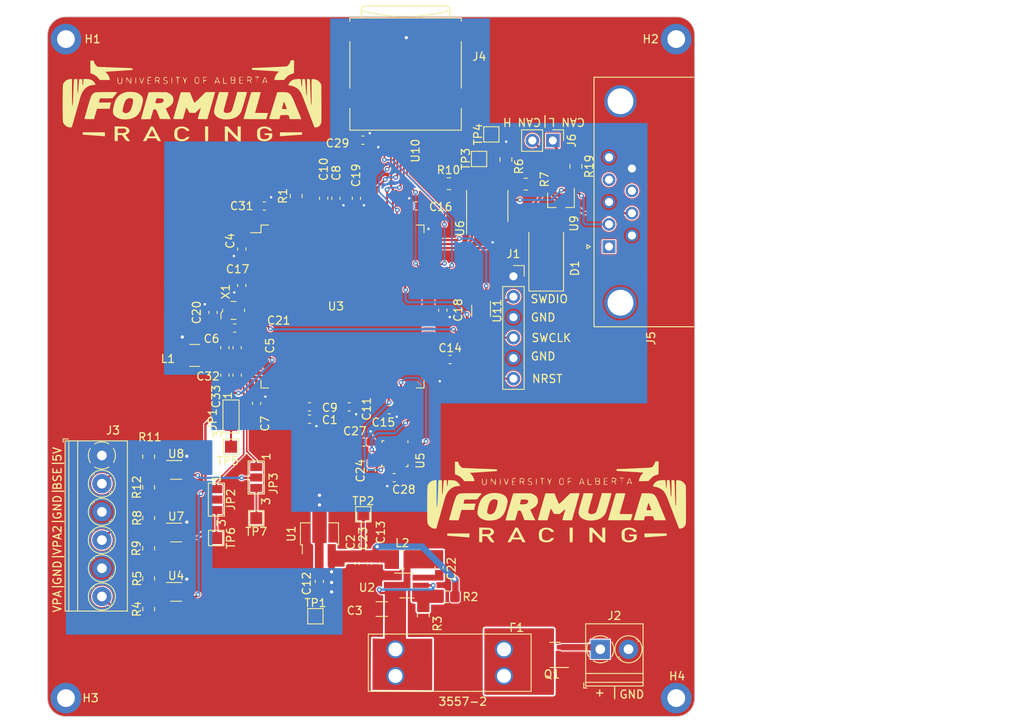
<source format=kicad_pcb>
(kicad_pcb (version 20211014) (generator pcbnew)
  (layers (0 "F.Cu" power) (31 "B.Cu" signal) (34 "B.Paste" user) (35 "F.Paste" user) (36 "B.SilkS" user "B.Silkscreen") (37 "F.SilkS" user "F.Silkscreen") (38 "B.Mask" user) (39 "F.Mask" user) (44 "Edge.Cuts" user))
  (net 0 "")
  (net 1 "+3V3")
  (net 2 "GND")
  (net 3 "+5V")
  (net 4 "+BATT")
  (net 5 "+3.3VA")
  (net 6 "/VSI")
  (net 7 "/NRST")
  (net 8 "Net-(C24-Pad1)")
  (net 9 "/VOUT_1_APPS")
  (net 10 "/VOUT_2_APPS")
  (net 11 "/SWDIO")
  (net 12 "/SWCLK")
  (net 13 "/FILTER_DAT2")
  (net 14 "/FILTER_DAT3")
  (net 15 "/FILTER_CMD")
  (net 16 "/FILTER_CLK")
  (net 17 "/FILTER_DAT0")
  (net 18 "/FILTER_DAT1")
  (net 19 "Net-(R1-Pad1)")
  (net 20 "/CAN_Vref")
  (net 21 "/CAN_Rs")
  (net 22 "/LMA+")
  (net 23 "/LMB+")
  (net 24 "/LMVAOUT")
  (net 25 "/LMVBOUT")
  (net 26 "/VPA")
  (net 27 "/VPA_2")
  (net 28 "/LMVCOUT")
  (net 29 "/CAN_L")
  (net 47 "/OSC_IN")
  (net 79 "/INT")
  (net 80 "/ACCEL_CS")
  (net 81 "/SCK")
  (net 82 "/MISO")
  (net 83 "/MOSI")
  (net 104 "/MCU_CD")
  (net 105 "/MCU_DAT0")
  (net 106 "/MCU_DAT1")
  (net 110 "/CAN_RX")
  (net 111 "/CAN_TX")
  (net 112 "/VPA_BSE")
  (net 114 "/MCU_DAT2")
  (net 115 "/MCU_DAT3")
  (net 116 "/MCU_CLK")
  (net 119 "/MCU_CMD")
  (net 152 "/CAN_H")
  (net 159 "/CAN_L_res")
  (net 160 "Net-(JP1-Pad3)")
  (net 161 "Net-(JP2-Pad3)")
  (net 162 "/VOUT_BSE")
  (net 163 "Net-(JP3-Pad3)")
  (net 164 "/LMA+_BSE")
  (net 165 "/SW")
  (net 166 "/BST")
  (net 167 "/FB")
  (net 168 "/F_IN")
  (net 169 "/F_OUT")
  (footprint "TestPoint:TestPoint_Pad_1.5x1.5mm" (layer "F.Cu") (at 136.579531 57.2932 90)
    (fp_text reference "TP4")
    (fp_text value "TestPoint_Probe")
  )
  (footprint "TestPoint:TestPoint_Pad_1.5x1.5mm" (layer "F.Cu") (at 135.055531 60.3412 90)
    (fp_text reference "TP3")
    (fp_text value "TestPoint_Probe")
  )
  (footprint "Capacitor_SMD:C_0603_1608Metric_Pad1.08x0.95mm_HandSolder" (layer "F.Cu") (at 130.1052 111.0526 90)
    (fp_text reference "C22")
    (fp_text value "100nF")
  )
  (footprint "Package_TO_SOT_SMD:SOT-353_SC-70-5_Handsoldering" (layer "F.Cu") (at 135.3058 79.1972 -90)
    (fp_text reference "U11")
    (fp_text value "ESDALC6V1W5")
  )
  (footprint "Jumper:SolderJumper-3_P1.3mm_Open_Pad1.0x1.5mm_NumberLabels" (layer "F.Cu") (at 104.2924 92.3036 -90)
    (fp_text reference "JP1")
    (fp_text value "SolderJumper_3_Open")
  )
  (footprint "Capacitor_SMD:C_0603_1608Metric_Pad1.08x0.95mm_HandSolder" (layer "F.Cu") (at 119.8464 65.218 90)
    (fp_text reference "C19")
    (fp_text value "100nF")
  )
  (footprint "Package_DFN_QFN:QFN-24_3x3mm_P0.4mm" (layer "F.Cu") (at 124.6216 96.9172 -90)
    (fp_text reference "U5")
    (fp_text value "MPU-6500")
  )
  (footprint "Inductor_SMD:L_1008_2520Metric_Pad1.43x2.20mm_HandSolder" (layer "F.Cu") (at 125.5332 110.0366 180)
    (fp_text reference "L2")
    (fp_text value "2.2uH")
  )
  (footprint "Capacitor_SMD:C_0603_1608Metric_Pad1.08x0.95mm_HandSolder" (layer "F.Cu") (at 124.5362 99.8982)
    (fp_text reference "C28")
    (fp_text value "0.1uF")
  )
  (footprint "Package_TO_SOT_SMD:SOT-89-3_Handsoldering" (layer "F.Cu") (at 115.2652 107.1626 90)
    (fp_text reference "U1")
    (fp_text value "AZ1117-3.3")
  )
  (footprint "TestPoint:TestPoint_Pad_1.5x1.5mm" (layer "F.Cu") (at 107.4212 104.9228 180)
    (fp_text reference "TP7")
    (fp_text value "TestPoint_Probe")
  )
  (footprint "MountingHole:MountingHole_2.2mm_M2_DIN965_Pad" (layer "F.Cu") (at 83.82 45.466)
    (fp_text reference "H1")
    (fp_text value "MountingHole")
  )
  (footprint "Capacitor_SMD:C_0603_1608Metric_Pad1.08x0.95mm_HandSolder" (layer "F.Cu") (at 115.243008 112.772656 -90)
    (fp_text reference "C12")
    (fp_text value "22uF")
  )
  (footprint "MountingHole:MountingHole_2.2mm_M2_DIN965_Pad" (layer "F.Cu") (at 159.512 45.466)
    (fp_text reference "H2")
    (fp_text value "MountingHole")
  )
  (footprint "Inductor_SMD:L_1210_3225Metric_Pad1.42x2.65mm_HandSolder" (layer "F.Cu") (at 99.7804 84.7252)
    (fp_text reference "L1")
    (fp_text value "100nH")
  )
  (footprint "Capacitor_SMD:C_0603_1608Metric_Pad1.08x0.95mm_HandSolder" (layer "F.Cu") (at 130.556 79.121 90)
    (fp_text reference "C18")
    (fp_text value "100nF")
  )
  (footprint "Capacitor_SMD:C_0603_1608Metric_Pad1.08x0.95mm_HandSolder" (layer "F.Cu") (at 108.4164 66.1832 180)
    (fp_text reference "C31")
    (fp_text value "100nF")
  )
  (footprint "Resistor_SMD:R_0805_2012Metric_Pad1.20x1.40mm_HandSolder" (layer "F.Cu") (at 94.0816 108.6612 -90)
    (fp_text reference "R9")
    (fp_text value "100kR")
  )
  (footprint "Package_TO_SOT_SMD:SOT-353_SC-70-5_Handsoldering" (layer "F.Cu") (at 97.4852 98.933)
    (fp_text reference "U8")
    (fp_text value "LMV321")
  )
  (footprint "Capacitor_SMD:C_0603_1608Metric_Pad1.08x0.95mm_HandSolder" (layer "F.Cu") (at 117.3064 65.218 90)
    (fp_text reference "C8")
    (fp_text value "4.7uF")
  )
  (footprint "Resistor_SMD:R_0805_2012Metric_Pad1.20x1.40mm_HandSolder" (layer "F.Cu") (at 131.064 114.681 180)
    (fp_text reference "R2")
    (fp_text value "52.3kR")
  )
  (footprint "Jumper:SolderJumper-3_P1.3mm_Open_Pad1.0x1.5mm_NumberLabels" (layer "F.Cu") (at 102.4796 102.616 -90)
    (fp_text reference "JP2")
    (fp_text value "SolderJumper_3_Open")
  )
  (footprint "Capacitor_SMD:C_1206_3216Metric_Pad1.33x1.80mm_HandSolder" (layer "F.Cu") (at 122.9932 116.205 180)
    (fp_text reference "C3")
    (fp_text value "10uF")
  )
  (footprint "Resistor_SMD:R_0805_2012Metric_Pad1.20x1.40mm_HandSolder" (layer "F.Cu") (at 94.0816 104.902 -90)
    (fp_text reference "R8")
    (fp_text value "50kR")
  )
  (footprint "Resistor_SMD:R_0805_2012Metric_Pad1.20x1.40mm_HandSolder" (layer "F.Cu") (at 131.321731 63.4146 180)
    (fp_text reference "R10")
    (fp_text value "100R")
  )
  (footprint "Package_TO_SOT_SMD:TSOT-23-6_HandSoldering" (layer "F.Cu") (at 126.1192 113.2586)
    (fp_text reference "U2")
    (fp_text value "AP62250WU-7")
  )
  (footprint "Resistor_SMD:R_0805_2012Metric_Pad1.20x1.40mm_HandSolder" (layer "F.Cu") (at 94.0816 97.282 -90)
    (fp_text reference "R11")
    (fp_text value "50kR")
  )
  (footprint "Capacitor_SMD:C_0603_1608Metric_Pad1.08x0.95mm_HandSolder" (layer "F.Cu") (at 123.9104 91.4654 180)
    (fp_text reference "C15")
    (fp_text value "100nF")
  )
  (footprint "TestPoint:TestPoint_Pad_1.5x1.5mm" (layer "F.Cu") (at 104.2924 96.0534)
    (fp_text reference "TP5")
    (fp_text value "TestPoint_Probe")
  )
  (footprint "Resistor_SMD:R_0805_2012Metric_Pad1.20x1.40mm_HandSolder" (layer "F.Cu") (at 140.846731 63.4654)
    (fp_text reference "R7")
    (fp_text value "220R")
  )
  (footprint "Package_TO_SOT_SMD:SOT-353_SC-70-5_Handsoldering" (layer "F.Cu") (at 97.4852 106.7054)
    (fp_text reference "U7")
    (fp_text value "LMV321")
  )
  (footprint "Capacitor_SMD:C_0603_1608Metric_Pad1.08x0.95mm_HandSolder" (layer "F.Cu") (at 114.0298 91.1006 180)
    (fp_text reference "C9")
    (fp_text value "100nF")
  )
  (footprint "Jumper:SolderJumper-3_P1.3mm_Open_Pad1.0x1.5mm_NumberLabels" (layer "F.Cu") (at 107.4166 99.8728 -90)
    (fp_text reference "JP3")
    (fp_text value "SolderJumper_3_Open")
  )
  (footprint "TerminalBlock_Phoenix:TerminalBlock_Phoenix_PT-1,5-2-3.5-H_1x02_P3.50mm_Horizontal" (layer "F.Cu") (at 150.0912 121.1946)
    (fp_text reference "J2")
    (fp_text value "Conn_01x02")
  )
  (footprint "TestPoint:TestPoint_Pad_1.5x1.5mm" (layer "F.Cu") (at 114.7572 117.094)
    (fp_text reference "TP1")
    (fp_text value "TestPoint_Probe")
  )
  (footprint "Capacitor_SMD:C_0603_1608Metric_Pad1.08x0.95mm_HandSolder" (layer "F.Cu") (at 114.0298 92.6338 180)
    (fp_text reference "C1")
    (fp_text value "4.7uF")
  )
  (footprint "Capacitor_SMD:C_0603_1608Metric_Pad1.08x0.95mm_HandSolder" (layer "F.Cu") (at 118.9574 91.1087 180)
    (fp_text reference "C11")
    (fp_text value "100nF")
  )
  (footprint "LOGO" (layer "F.Cu") (at 99.441 53.34)
    (fp_text reference "G***" hide)
    (fp_text value "LOGO" hide)
  )
  (footprint "3557-2:3557-2" (layer "F.Cu") (at 138.1506 124.5108 180)
    (fp_text reference "F1")
    (fp_text value "3557-2")
  )
  (footprint "Package_QFP:LQFP-144_20x20mm_P0.5mm" (layer "F.Cu") (at 118.1192 78.6546)
    (fp_text reference "U3")
    (fp_text value "STM32L4R9ZITx")
  )
  (footprint "Capacitor_SMD:C_0603_1608Metric_Pad1.08x0.95mm_HandSolder" (layer "F.Cu") (at 115.7824 65.218 90)
    (fp_text reference "C10")
    (fp_text value "100nF")
  )
  (footprint "Capacitor_SMD:C_0603_1608Metric_Pad1.08x0.95mm_HandSolder" (layer "F.Cu") (at 131.4704 85.2424)
    (fp_text reference "C14")
    (fp_text value "2.2uF")
  )
  (footprint "Connector_PinHeader_2.54mm:PinHeader_1x02_P2.54mm_Vertical" (layer "F.Cu") (at 144.204531 58.0552 -90)
    (fp_text reference "J6")
    (fp_text value "Conn_01x02")
  )
  (footprint "Package_TO_SOT_SMD:SOT-23" (layer "F.Cu") (at 144.4752 121.8946 180)
    (fp_text reference "Q1")
    (fp_text value "Q_PMOS_GSD")
  )
  (footprint "Capacitor_SMD:C_0603_1608Metric_Pad1.08x0.95mm_HandSolder" (layer "F.Cu") (at 120.7516 95.4694 180)
    (fp_text reference "C27")
    (fp_text value "10nF")
  )
  (footprint "Connector_PinSocket_2.54mm:PinSocket_1x06_P2.54mm_Vertical" (layer "F.Cu") (at 139.319 74.9046)
    (fp_text reference "J1")
    (fp_text value "Conn_01x06")
  )
  (footprint "Resistor_SMD:R_0805_2012Metric_Pad1.20x1.40mm_HandSolder" (layer "F.Cu") (at 94.0816 101.092 -90)
    (fp_text reference "R12")
    (fp_text value "100kR")
  )
  (footprint "Package_TO_SOT_SMD:SOT-353_SC-70-5_Handsoldering" (layer "F.Cu") (at 97.4852 114.0714)
    (fp_text reference "U4")
    (fp_text value "LMV321")
  )
  (footprint "Resistor_SMD:R_0805_2012Metric_Pad1.20x1.40mm_HandSolder" (layer "F.Cu") (at 147.066 61.2648 -90)
    (fp_text reference "R19")
    (fp_text value "120R")
  )
  (footprint "MountingHole:MountingHole_2.2mm_M2_DIN965_Pad" (layer "F.Cu") (at 159.512 127.254)
    (fp_text reference "H4")
    (fp_text value "MountingHole")
  )
  (footprint "Capacitor_SMD:C_0603_1608Metric_Pad1.08x0.95mm_HandSolder" (layer "F.Cu") (at 120.65 58.0136)
    (fp_text reference "C29")
    (fp_text value "0.1uF")
  )
  (footprint "Capacitor_SMD:C_0603_1608Metric_Pad1.08x0.95mm_HandSolder" (layer "F.Cu") (at 119.1768 110.537456 -90)
    (fp_text reference "C2")
    (fp_text value "10uF")
  )
  (footprint "Capacitor_SMD:C_0603_1608Metric_Pad1.08x0.95mm_HandSolder" (layer "F.Cu") (at 120.7008 110.5408 -90)
    (fp_text reference "C23")
    (fp_text value "22uF")
  )
  (footprint "TerminalBlock_Phoenix:TerminalBlock_Phoenix_PT-1,5-6-3.5-H_1x06_P3.50mm_Horizontal" (layer "F.Cu") (at 88.2792 97.1426 -90)
    (fp_text reference "J3")
    (fp_text value "APPS/BSE_Conn")
  )
  (footprint "TestPoint:TestPoint_Pad_1.5x1.5mm" (layer "F.Cu") (at 102.4542 107.3912 -90)
    (fp_text reference "TP6")
    (fp_text value "TestPoint_Probe")
  )
  (footprint "Diode_SMD:D_SMB_Handsoldering" (layer "F.Cu") (at 143.383 72.136 90)
    (fp_text reference "D1")
    (fp_text value "D_Zener")
  )
  (footprint "Capacitor_SMD:C_0603_1608Metric_Pad1.08x0.95mm_HandSolder" (layer "F.Cu") (at 105.0544 87.1728 -90)
    (fp_text reference "C33")
    (fp_text value "100nF")
  )
  (footprint "Capacitor_SMD:C_0603_1608Metric_Pad1.08x0.95mm_HandSolder" (layer "F.Cu") (at 105.6224 76.0476 90)
    (fp_text reference "C17")
    (fp_text value "100nF")
  )
  (footprint "TestPoint:TestPoint_Pad_1.5x1.5mm" (layer "F.Cu") (at 120.7008 104.4448)
    (fp_text reference "TP2")
    (fp_text value "TestPoint_Probe")
  )
  (footprint "Capacitor_SMD:C_0603_1608Metric_Pad1.08x0.95mm_HandSolder" (layer "F.Cu") (at 104.7496 81.3308 180)
    (fp_text reference "C21")
    (fp_text value "0.1uF")
  )
  (footprint "Capacitor_SMD:C_0603_1608Metric_Pad1.08x0.95mm_HandSolder" (layer "F.Cu") (at 105.0544 83.7692 90)
    (fp_text reference "C5")
    (fp_text value "1uF")
  )
  (footprint "Package_SO:SOIC-8_3.9x4.9mm_P1.27mm" (layer "F.Cu") (at 136.071531 66.1832 90)
    (fp_text reference "U6")
    (fp_text value "SN65HVD230")
  )
  (footprint "Connector_Card:microSD_HC_Wuerth_693072010801" (layer "F.Cu") (at 125.9424 48.6572)
    (fp_text reference "J4")
    (fp_text value "Micro_SD_Card")
  )
  (footprint "Capacitor_SMD:C_0603_1608Metric_Pad1.08x0.95mm_HandSolder" (layer "F.Cu") (at 121.6914 98.9838 -90)
    (fp_text reference "C24")
    (fp_text value "0.1uF")
  )
  (footprint "Capacitor_SMD:C_0603_1608Metric_Pad1.08x0.95mm_HandSolder" (layer "F.Cu") (at 105.6224 71.5172 90)
    (fp_text reference "C4")
    (fp_text value "100nF")
  )
  (footprint "Resistor_SMD:R_0805_2012Metric_Pad1.20x1.40mm_HandSolder" (layer "F.Cu") (at 94.0816 116.205 90)
    (fp_text reference "R4")
    (fp_text value "50kR")
  )
  (footprint "Resistor_SMD:R_0805_2012Metric_Pad1.20x1.40mm_HandSolder" (layer "F.Cu") (at 112.3788 64.9386 90)
    (fp_text reference "R1")
    (fp_text value "10kR")
  )
  (footprint "Capacitor_SMD:C_0603_1608Metric_Pad1.08x0.95mm_HandSolder" (layer "F.Cu") (at 103.5304 87.1728 -90)
    (fp_text reference "C32")
    (fp_text value "1uF")
  )
  (footprint "Capacitor_SMD:C_0603_1608Metric_Pad1.08x0.95mm_HandSolder" (layer "F.Cu") (at 107.4674 90.678 -90)
    (fp_text reference "C7")
    (fp_text value "100nF")
  )
  (footprint "Connector_Dsub:DSUB-9_Male_Horizontal_P2.77x2.84mm_EdgePinOffset7.70mm_Housed_MountingHolesOffset9.12mm" (layer "F.Cu") (at 151.174869 71.2252 90)
    (fp_text reference "J5")
    (fp_text value "DB9_Male")
  )
  (footprint "Capacitor_SMD:C_0603_1608Metric_Pad1.08x0.95mm_HandSolder" (layer "F.Cu") (at 103.5304 83.7692 90)
    (fp_text reference "C6")
    (fp_text value "10nF")
  )
  (footprint "Oscillator:Oscillator_SMD_ECS_2520MV-xxx-xx-4Pin_2.5x2.0mm" (layer "F.Cu") (at 104.6064 79.1372 90)
    (fp_text reference "X1")
    (fp_text value "ECS-2520MV-160-CN-TR")
  )
  (footprint "Package_TO_SOT_SMD:SC-59" (layer "F.Cu") (at 145.215531 65.4212 -90)
    (fp_text reference "U9")
    (fp_text value "ESDCAN24-2BLY")
  )
  (footprint "Capacitor_SMD:C_0603_1608Metric_Pad1.08x0.95mm_HandSolder" (layer "F.Cu") (at 102.0572 79.3912 -90)
    (fp_text reference "C20")
    (fp_text value "0.1uF")
  )
  (footprint "Resistor_SMD:R_0805_2012Metric_Pad1.20x1.40mm_HandSolder" (layer "F.Cu") (at 128.143 116.967 -90)
    (fp_text reference "R3")
    (fp_text value "10kR")
  )
  (footprint "Diode_SMD:EMIF06-MSD02N16" (layer "F.Cu") (at 124.6724 59.0712 90)
    (fp_text reference "U10")
    (fp_text value "EMIF06-MSD02N16")
  )
  (footprint "LOGO" (layer "F.Cu") (at 144.653 103.124)
    (fp_text reference "G***" hide)
    (fp_text value "LOGO" hide)
  )
  (footprint "Resistor_SMD:R_0805_2012Metric_Pad1.20x1.40mm_HandSolder" (layer "F.Cu") (at 94.0816 112.4204 90)
    (fp_text reference "R5")
    (fp_text value "100kR")
  )
  (footprint "Capacitor_SMD:C_0603_1608Metric_Pad1.08x0.95mm_HandSolder" (layer "F.Cu") (at 127.254 66.167)
    (fp_text reference "C16")
    (fp_text value "100nF")
  )
  (footprint "Capacitor_SMD:C_0603_1608Metric_Pad1.08x0.95mm_HandSolder" (layer "F.Cu") (at 122.2312 110.5446 -90)
    (fp_text reference "C13")
    (fp_text value "22uF")
  )
  (footprint "MountingHole:MountingHole_2.2mm_M2_DIN965_Pad" (layer "F.Cu") (at 83.82 127.254)
    (fp_text reference "H3")
    (fp_text value "MountingHole")
  )
  (footprint "Resistor_SMD:R_0805_2012Metric_Pad1.20x1.40mm_HandSolder" (layer "F.Cu") (at 138.382931 60.4174 -90)
    (fp_text reference "R6")
    (fp_text value "220R")
  )
  (gr_arc (start 83.82 129.54) (mid 82.203252 128.892468) (end 81.530475 127.286061) (layer "Edge.Cuts") (width 0.1))
  (gr_arc (start 159.555208 42.697406) (mid 161.147178 43.340843) (end 161.798 44.929809) (layer "Edge.Cuts") (width 0.1))
  (gr_arc (start 81.530475 44.9834) (mid 82.201061 43.364461) (end 83.82 42.693875) (layer "Edge.Cuts") (width 0.1))
  (gr_line (start 81.530475 44.9834) (end 81.530475 127.286061) (layer "Edge.Cuts") (width 0.1))
  (gr_arc (start 161.798039 127.2794) (mid 161.148093 128.880651) (end 159.55069 129.54) (layer "Edge.Cuts") (width 0.1))
  (gr_line (start 83.82 129.54) (end 159.55069 129.54) (layer "Edge.Cuts") (width 0.1))
  (gr_line (start 159.555208 42.697406) (end 83.82 42.693875) (layer "Edge.Cuts") (width 0.1))
  (gr_line (start 161.798039 127.2794) (end 161.798 44.929809) (layer "Edge.Cuts") (width 0.1))
  (gr_text "+ |" (at 150.876 126.5428) (layer "F.SilkS") (effects (font (size 1 1))))
  (gr_text "VPA2|" (at 82.7532 107.1626 90) (layer "F.SilkS") (effects (font (size 1 1))))
  (gr_text "VPA|" (at 82.7532 114.7826 90) (layer "F.SilkS") (effects (font (size 1 1))))
  (gr_text "SWCLK\n" (at 144.018 82.55) (layer "F.SilkS") (effects (font (size 1 1))))
  (gr_text "GND" (at 154.0002 126.7968) (layer "F.SilkS") (effects (font (size 1 1))))
  (gr_text "SWDIO\n" (at 143.764 77.724) (layer "F.SilkS") (effects (font (size 1 1))))
  (gr_text "CAN L|\n" (at 145.469531 55.7692 180) (layer "F.SilkS") (effects (font (size 1 1))))
  (gr_text "CAN H\n" (at 140.389531 55.7692 180) (layer "F.SilkS") (effects (font (size 1 1))))
  (gr_text "NRST" (at 143.51 87.63) (layer "F.SilkS") (effects (font (size 1 1))))
  (gr_text "GND" (at 143.002 84.836) (layer "F.SilkS") (effects (font (size 1 1))))
  (gr_text "5V" (at 82.7532 97.0026 90) (layer "F.SilkS") (effects (font (size 1 1))))
  (gr_text "GND|\n" (at 82.7532 103.0986 90) (layer "F.SilkS") (effects (font (size 1 1))))
  (gr_text "GND|" (at 82.7532 111.2266 90) (layer "F.SilkS") (effects (font (size 1 1))))
  (gr_text "BSE|" (at 82.7532 99.5426 90) (layer "F.SilkS") (effects (font (size 1 1))))
  (gr_text "GND" (at 143.002 80.01) (layer "F.SilkS") (effects (font (size 1 1))))
  (segment (start 107.4567 87.4046) (end 107.4567 87.9495) (width 0.3) (layer "F.Cu") (net 1))
  (segment (start 131.4196 79.9592) (end 131.3953 79.9835) (width 0.4) (layer "F.Cu") (net 1))
  (segment (start 115.243008 111.910156) (end 113.921244 111.910156) (width 0.25) (layer "F.Cu") (net 1))
  (segment (start 107.4674 89.8155) (end 107.4674 87.9602) (width 0.4) (layer "F.Cu") (net 1))
  (segment (start 114.8692 89.3171) (end 114.8692 90.3478) (width 0.3) (layer "F.Cu") (net 1))
  (segment (start 121.5125 57.1511) (end 121.5136 57.15) (width 0.3) (layer "F.Cu") (net 1))
  (segment (start 120.777 66.0908) (end 120.7667 66.0805) (width 0.4) (layer "F.Cu") (net 1))
  (segment (start 102.0572 78.5287) (end 101.1947 78.5287) (width 0.3) (layer "F.Cu") (net 1))
  (segment (start 121.6141 95.4694) (end 121.6141 94.1589) (width 0.4) (layer "F.Cu") (net 1))
  (segment (start 103.6814 78.4122) (end 102.1737 78.4122) (width 0.3) (layer "F.Cu") (net 1))
  (segment (start 128.7817 69.3928) (end 128.7817 69.0225) (width 0.4) (layer "F.Cu") (net 1))
  (segment (start 114.8923 93.4893) (end 114.8923 92.6338) (width 0.4) (layer "F.Cu") (net 1))
  (segment (start 129.8448 79.9046) (end 130.4771 79.9046) (width 0.4) (layer "F.Cu") (net 1))
  (segment (start 113.2078 117.094) (end 114.7572 117.094) (width 0.25) (layer "F.Cu") (net 1))
  (segment (start 104.6999 76.9101) (end 104.6988 76.9112) (width 0.4) (layer "F.Cu") (net 1))
  (segment (start 128.7817 79.9046) (end 129.8448 79.9046) (width 0.3) (layer "F.Cu") (net 1))
  (segment (start 119.8692 89.3171) (end 119.8692 90.3732) (width 0.3) (layer "F.Cu") (net 1))
  (segment (start 115.8692 67.9921) (end 115.8692 67.0052) (width 0.3) (layer "F.Cu") (net 1))
  (segment (start 123.6472 57.9628) (end 123.571 57.8866) (width 0.3) (layer "F.Cu") (net 1))
  (segment (start 131.3953 79.9835) (end 130.556 79.9835) (width 0.4) (layer "F.Cu") (net 1))
  (segment (start 123.6472 57.9628) (end 123.7224 58.038) (width 0.2) (layer "F.Cu") (net 1))
  (segment (start 105.6473 72.4046) (end 106.5168 72.4046) (width 0.4) (layer "F.Cu") (net 1))
  (segment (start 107.4567 72.4046) (end 106.5168 72.4046) (width 0.3) (layer "F.Cu") (net 1))
  (segment (start 126.3904 65.2272) (end 126.3904 66.1659) (width 0.4) (layer "F.Cu") (net 1))
  (segment (start 114.8692 91.0775) (end 114.8923 91.1006) (width 0.4) (layer "F.Cu") (net 1))
  (segment (start 105.6224 72.3797) (end 104.6583 72.3797) (width 0.4) (layer "F.Cu") (net 1))
  (segment (start 126.3692 66.1893) (end 126.3915 66.167) (width 0.4) (layer "F.Cu") (net 1))
  (segment (start 122.3772 95.6056) (end 122.241 95.4694) (width 0.2) (layer "F.Cu") (net 1))
  (segment (start 139.3876 74.836) (end 139.319 74.9046) (width 0.8) (layer "F.Cu") (net 1))
  (segment (start 123.1216 96.3172) (end 122.5554 96.3172) (width 0.2) (layer "F.Cu") (net 1))
  (segment (start 109.3692 66.2735) (end 109.3692 67.0846) (width 0.4) (layer "F.Cu") (net 1))
  (segment (start 124.8692 89.3171) (end 124.8692 90.3986) (width 0.3) (layer "F.Cu") (net 1))
  (segment (start 119.8199 92.0161) (end 119.8199 91.1087) (width 0.4) (layer "F.Cu") (net 1))
  (segment (start 114.8842 93.4974) (end 114.8923 93.4893) (width 0.4) (layer "F.Cu") (net 1))
  (segment (start 124.841 92.329) (end 124.841 91.2611) (width 0.3) (layer "F.Cu") (net 1))
  (segment (start 104.6583 72.3797) (end 104.648 72.39) (width 0.4) (layer "F.Cu") (net 1))
  (segment (start 106.3498 77.8256) (end 106.3244 77.8256) (width 0.4) (layer "F.Cu") (net 1))
  (segment (start 98.2929 82.4757) (end 98.2564 82.4392) (width 0.8) (layer "F.Cu") (net 1))
  (segment (start 115.8748 66.1729) (end 115.7824 66.0805) (width 0.4) (layer "F.Cu") (net 1))
  (segment (start 105.6224 76.9101) (end 104.6999 76.9101) (width 0.4) (layer "F.Cu") (net 1))
  (segment (start 107.4674 89.8155) (end 108.5353 89.8155) (width 0.4) (layer "F.Cu") (net 1))
  (segment (start 126.3692 67.9921) (end 126.3692 66.9544) (width 0.3) (layer "F.Cu") (net 1))
  (segment (start 109.2789 66.1832) (end 109.3692 66.2735) (width 0.4) (layer "F.Cu") (net 1))
  (segment (start 138.382931 58.2313) (end 138.416831 58.1974) (width 0.25) (layer "F.Cu") (net 1))
  (segment (start 109.2789 65.1083) (end 109.2789 66.1832) (width 0.4) (layer "F.Cu") (net 1))
  (segment (start 123.6216 98.4172) (end 123.6216 98.9836) (width 0.2) (layer "F.Cu") (net 1))
  (segment (start 115.7824 66.0805) (end 115.8692 66.1673) (width 0.4) (layer "F.Cu") (net 1))
  (segment (start 117.3064 66.0805) (end 118.2267 66.0805) (width 0.4) (layer "F.Cu") (net 1))
  (segment (start 123.7224 58.038) (end 123.7224 58.4652) (width 0.2) (layer "F.Cu") (net 1))
  (segment (start 123.6737 99.8982) (end 123.6737 100.9385) (width 0.4) (layer "F.Cu") (net 1))
  (segment (start 107.4567 77.9046) (end 106.4288 77.9046) (width 0.3) (layer "F.Cu") (net 1))
  (segment (start 109.3692 67.9921) (end 109.3692 67.0846) (width 0.3) (layer "F.Cu") (net 1))
  (segment (start 136.706531 68.6582) (end 136.706531 70.6603) (width 0.25) (layer "F.Cu") (net 1))
  (segment (start 98.2929 84.7252) (end 98.2929 82.4757) (width 0.8) (layer "F.Cu") (net 1))
  (segment (start 121.6141 94.1589) (end 121.6152 94.1578) (width 0.4) (layer "F.Cu") (net 1))
  (segment (start 122.5554 96.3172) (end 122.3772 96.139) (width 0.2) (layer "F.Cu") (net 1))
  (segment (start 106.3244 77.8256) (end 105.6224 77.1236) (width 0.4) (layer "F.Cu") (net 1))
  (segment (start 138.382931 59.4174) (end 138.382931 58.2313) (width 0.25) (layer "F.Cu") (net 1))
  (segment (start 126.0424 45.2958) (end 126.0424 47.1072) (width 0.8) (layer "F.Cu") (net 1))
  (segment (start 122.555 58.8772) (end 122.5804 58.8772) (width 0.3) (layer "F.Cu") (net 1))
  (segment (start 106.4288 77.9046) (end 106.3498 77.8256) (width 0.3) (layer "F.Cu") (net 1))
  (segment (start 105.6224 77.1236) (end 105.6224 76.9101) (width 0.4) (layer "F.Cu") (net 1))
  (segment (start 119.8692 90.3732) (end 119.8692 91.2799) (width 0.4) (layer "F.Cu") (net 1))
  (segment (start 109.2708 65.1002) (end 109.2789 65.1083) (width 0.4) (layer "F.Cu") (net 1))
  (segment (start 123.3224 58.4652) (end 122.9924 58.4652) (width 0.2) (layer "F.Cu") (net 1))
  (segment (start 123.6737 100.9385) (end 123.6726 100.9396) (width 0.4) (layer "F.Cu") (net 1))
  (segment (start 128.7817 87.4046) (end 129.6621 87.4046) (width 0.3) (layer "F.Cu") (net 1))
  (segment (start 121.6395 57.8866) (end 121.5125 58.0136) (width 0.3) (layer "F.Cu") (net 1))
  (segment (start 112.776 116.6622) (end 113.2078 117.094) (width 0.25) (layer "F.Cu") (net 1))
  (segment (start 123.6218 98.9838) (end 123.6216 98.984) (width 0.25) (layer "F.Cu") (net 1))
  (segment (start 126.3904 66.1659) (end 126.3915 66.167) (width 0.4) (layer "F.Cu") (net 1))
  (segment (start 136.706531 70.6603) (end 136.740431 70.6942) (width 0.25) (layer "F.Cu") (net 1))
  (segment (start 122.241 95.4694) (end 121.7249 95.4694) (width 0.2) (layer "F.Cu") (net 1))
  (segment (start 122.3772 96.139) (end 122.3772 95.6056) (width 0.2) (layer "F.Cu") (net 1))
  (segment (start 123.6216 98.9836) (end 123.6218 98.9838) (width 0.2) (layer "F.Cu") (net 1))
  (segment (start 119.8692 67.9921) (end 119.8692 66.9798) (width 0.3) (layer "F.Cu") (net 1))
  (segment (start 119.8692 66.9798) (end 119.8692 66.0525) (width 0.4) (layer "F.Cu") (net 1))
  (segment (start 128.7817 69.9046) (end 128.7817 69.3928) (width 0.3) (layer "F.Cu") (net 1))
  (segment (start 108.5353 89.8155) (end 108.5596 89.8398) (width 0.4) (layer "F.Cu") (net 1))
  (segment (start 113.921244 111.910156) (end 112.776 113.0554) (width 0.25) (layer "F.Cu") (net 1))
  (segment (start 114.8923 90.9574) (end 114.8923 92.6338) (width 0.4) (layer "F.Cu") (net 1))
  (segment (start 126.0348 45.2882) (end 126.0424 45.2958) (width 0.8) (layer "F.Cu") (net 1))
  (segment (start 123.571 57.8866) (end 121.6395 57.8866) (width 0.3) (layer "F.Cu") (net 1))
  (segment (start 105.6224 72.3797) (end 105.6473 72.4046) (width 0.4) (layer "F.Cu") (net 1))
  (segment (start 121.5125 58.0136) (end 121.5125 57.1511) (width 0.3) (layer "F.Cu") (net 1))
  (segment (start 114.8692 90.3478) (end 114.8692 91.3061) (width 0.4) (layer "F.Cu") (net 1))
  (segment (start 126.3692 66.9544) (end 126.3692 66.1893) (width 0.4) (layer "F.Cu") (net 1))
  (segment (start 123.6216 98.984) (end 123.6216 99.7471) (width 0.25) (layer "F.Cu") (net 1))
  (segment (start 115.8692 66.1673) (end 115.8692 67.0052) (width 0.4) (layer "F.Cu") (net 1))
  (segment (start 115.7824 66.0805) (end 117.3064 66.0805) (width 0.4) (layer "F.Cu") (net 1))
  (segment (start 129.6621 87.4046) (end 130.1842 87.9267) (width 0.3) (layer "F.Cu") (net 1))
  (segment (start 112.776 113.0554) (end 112.776 116.6622) (width 0.25) (layer "F.Cu") (net 1))
  (segment (start 124.8692 91.2329) (end 124.8692 90.3986) (width 0.4) (layer "F.Cu") (net 1))
  (segment (start 143.383 74.836) (end 139.3876 74.836) (width 0.8) (layer "F.Cu") (net 1))
  (segment (start 118.2267 66.0805) (end 118.237 66.0908) (width 0.4) (layer "F.Cu") (net 1))
  (segment (start 101.1947 78.5287) (end 101.0412 78.3752) (width 0.3) (layer "F.Cu") (net 1))
  (segment (start 120.7667 66.0805) (end 119.8464 66.0805) (width 0.4) (layer "F.Cu") (net 1))
  (segment (start 124.841 91.2611) (end 124.8692 91.2329) (width 0.3) (layer "F.Cu") (net 1))
  (segment (start 122.5804 58.8772) (end 122.9924 58.4652) (width 0.3) (layer "F.Cu") (net 1))
  (segment (start 119.8118 92.0242) (end 119.8199 92.0161) (width 0.4) (layer "F.Cu") (net 1))
  (segment (start 130.4771 79.9046) (end 130.556 79.9835) (width 0.4) (layer "F.Cu") (net 1))
  (segment (start 102.1737 78.4122) (end 102.0572 78.5287) (width 0.3) (layer "F.Cu") (net 1))
  (via (at 98.2564 82.4392) (size 0.8) (drill 0.4) (layers "F.Cu" "B.Cu") (net 1))
  (via (at 119.8118 92.0242) (size 0.6) (drill 0.3) (layers "F.Cu" "B.Cu") (net 1))
  (via (at 136.740431 70.6942) (size 0.6) (drill 0.3) (layers "F.Cu" "B.Cu") (net 1))
  (via (at 115.2652 103.2826) (size 0.8) (drill 0.4) (layers "F.Cu" "B.Cu") (net 1))
  (via (at 101.0412 78.3752) (size 0.6) (drill 0.3) (layers "F.Cu" "B.Cu") (net 1))
  (via (at 131.4196 79.9592) (size 0.6) (drill 0.3) (layers "F.Cu" "B.Cu") (net 1))
  (via (at 104.648 72.39) (size 0.6) (drill 0.3) (layers "F.Cu" "B.Cu") (net 1))
  (via (at 108.5596 89.8398) (size 0.6) (drill 0.3) (layers "F.Cu" "B.Cu") (net 1))
  (via (at 126.0348 45.2882) (size 0.8) (drill 0.4) (layers "F.Cu" "B.Cu") (net 1))
  (via (at 120.777 66.0908) (size 0.6) (drill 0.3) (layers "F.Cu" "B.Cu") (net 1))
  (via (at 115.2652 102.0826) (size 0.8) (drill 0.4) (layers "F.Cu" "B.Cu") (net 1))
  (via (at 121.6152 94.1578) (size 0.6) (drill 0.3) (layers "F.Cu" "B.Cu") (net 1))
  (via (at 104.6988 76.9112) (size 0.6) (drill 0.3) (layers "F.Cu" "B.Cu") (net 1))
  (via (at 122.555 58.8772) (size 0.6) (drill 0.3) (layers "F.Cu" "B.Cu") (net 1))
  (via (at 124.841 92.329) (size 0.6) (drill 0.3) (layers "F.Cu" "B.Cu") (net 1))
  (via (at 114.8842 93.4974) (size 0.6) (drill 0.3) (layers "F.Cu" "B.Cu") (net 1))
  (via (at 123.6726 100.9396) (size 0.6) (drill 0.3) (layers "F.Cu" "B.Cu") (net 1))
  (via (at 121.5136 57.15) (size 0.6) (drill 0.3) (layers "F.Cu" "B.Cu") (net 1))
  (via (at 128.7817 69.0225) (size 0.6) (drill 0.3) (layers "F.Cu" "B.Cu") (net 1))
  (via (at 126.3904 65.2272) (size 0.6) (drill 0.3) (layers "F.Cu" "B.Cu") (net 1))
  (via (at 118.237 66.0908) (size 0.6) (drill 0.3) (layers "F.Cu" "B.Cu") (net 1))
  (via (at 130.1842 87.9267) (size 0.6) (drill 0.3) (layers "F.Cu" "B.Cu") (net 1))
  (via (at 109.2708 65.1002) (size 0.6) (drill 0.3) (layers "F.Cu" "B.Cu") (net 1))
  (via (at 138.416831 58.1974) (size 0.6) (drill 0.3) (layers "F.Cu" "B.Cu") (net 1))
  (segment (start 125.6284 98.424) (end 125.6216 98.4172) (width 0.2) (layer "F.Cu") (net 2))
  (segment (start 105.2079 82.7532) (end 105.0544 82.9067) (width 0.3) (layer "F.Cu") (net 2))
  (segment (start 122.2312 109.6821) (end 122.2312 108.6548) (width 0.8) (layer "F.Cu") (net 3))
  (segment (start 98.8152 106.0554) (end 98.8152 105.4192) (width 0.4) (layer "F.Cu") (net 3))
  (segment (start 116.7652 111.5808) (end 116.7652 112.9016) (width 0.8) (layer "F.Cu") (net 3))
  (segment (start 116.7652 109.3126) (end 116.7652 111.5808) (width 0.8) (layer "F.Cu") (net 3))
  (segment (start 98.8152 113.4214) (end 98.8152 112.5058) (width 0.3) (layer "F.Cu") (net 3))
  (segment (start 132.1212 112.5886) (end 132.1212 114.117856) (width 0.8) (layer "F.Cu") (net 3))
  (segment (start 132.0292 112.4966) (end 132.1212 112.5886) (width 0.8) (layer "F.Cu") (net 3))
  (segment (start 98.8152 97.2404) (end 98.806 97.2312) (width 0.4) (layer "F.Cu") (net 3))
  (segment (start 120.7008 109.6783) (end 120.7008 104.4448) (width 0.4) (layer "F.Cu") (net 3))
  (segment (start 116.7652 112.9016) (end 116.7652 114.07) (width 0.8) (layer "F.Cu") (net 3))
  (segment (start 122.2312 108.6548) (end 122.428 108.458) (width 0.8) (layer "F.Cu") (net 3))
  (segment (start 98.8152 98.283) (end 98.8152 97.2404) (width 0.4) (layer "F.Cu") (net 3))
  (segment (start 98.8152 105.4192) (end 98.806 105.41) (width 0.4) (layer "F.Cu") (net 3))
  (segment (start 98.8152 112.5058) (end 98.806 112.4966) (width 0.3) (layer "F.Cu") (net 3))
  (via (at 98.806 112.4966) (size 0.8) (drill 0.4) (layers "F.Cu" "B.Cu") (net 3))
  (via (at 122.428 108.458) (size 0.8) (drill 0.4) (layers "F.Cu" "B.Cu") (net 3))
  (via (at 116.7652 111.5808) (size 0.8) (drill 0.4) (layers "F.Cu" "B.Cu") (net 3))
  (via (at 98.806 97.2312) (size 0.8) (drill 0.4) (layers "F.Cu" "B.Cu") (net 3))
  (via (at 132.0292 112.4966) (size 0.8) (drill 0.4) (layers "F.Cu" "B.Cu") (net 3))
  (via (at 116.7652 112.9016) (size 0.8) (drill 0.4) (layers "F.Cu" "B.Cu") (net 3))
  (via (at 98.806 105.41) (size 0.8) (drill 0.4) (layers "F.Cu" "B.Cu") (net 3))
  (via (at 116.7652 114.07) (size 0.8) (drill 0.4) (layers "F.Cu" "B.Cu") (net 3))
  (segment (start 122.428 108.458) (end 127.9906 108.458) (width 0.8) (layer "B.Cu") (net 3))
  (segment (start 127.9906 108.458) (end 132.0292 112.4966) (width 0.8) (layer "B.Cu") (net 3))
  (segment (start 122.682 114.046) (end 122.8446 114.2086) (width 0.3) (layer "F.Cu") (net 4))
  (segment (start 122.682 113.792) (end 122.682 114.046) (width 0.3) (layer "F.Cu") (net 4))
  (segment (start 122.8446 114.2086) (end 124.4092 114.2086) (width 0.3) (layer "F.Cu") (net 4))
  (segment (start 127.8292 113.2586) (end 129.3622 113.2586) (width 0.3) (layer "F.Cu") (net 4))
  (via (at 122.682 113.792) (size 0.6) (drill 0.3) (layers "F.Cu" "B.Cu") (net 4))
  (via (at 129.3622 113.2586) (size 0.6) (drill 0.3) (layers "F.Cu" "B.Cu") (net 4))
  (segment (start 129.3622 113.6904) (end 129.2606 113.792) (width 0.3) (layer "B.Cu") (net 4))
  (segment (start 129.2606 113.792) (end 122.682 113.792) (width 0.3) (layer "B.Cu") (net 4))
  (segment (start 129.3622 113.2586) (end 129.3622 113.6904) (width 0.3) (layer "B.Cu") (net 4))
  (segment (start 105.2735 83.9046) (end 105.1144 84.0637) (width 0.4) (layer "F.Cu") (net 5))
  (segment (start 106.2228 84.836) (end 106.6542 84.4046) (width 0.3) (layer "F.Cu") (net 5))
  (segment (start 106.4514 83.9046) (end 105.2735 83.9046) (width 0.4) (layer "F.Cu") (net 5))
  (segment (start 107.4567 83.9046) (end 106.4514 83.9046) (width 0.3) (layer "F.Cu") (net 5))
  (segment (start 106.6542 84.4046) (end 107.4567 84.4046) (width 0.3) (layer "F.Cu") (net 5))
  (segment (start 103.5304 86.3103) (end 105.0544 86.3103) (width 0.4) (layer "F.Cu") (net 5))
  (segment (start 105.0544 86.0044) (end 105.0544 86.3103) (width 0.4) (layer "F.Cu") (net 5))
  (segment (start 103.5304 84.6317) (end 103.5304 86.3103) (width 0.4) (layer "F.Cu") (net 5))
  (segment (start 106.2228 84.836) (end 105.0544 86.0044) (width 0.4) (layer "F.Cu") (net 5))
  (segment (start 130.5814 84.582) (end 129.904 83.9046) (width 0.3) (layer "F.Cu") (net 6))
  (segment (start 129.8844 86.9046) (end 130.5814 86.2076) (width 0.3) (layer "F.Cu") (net 6))
  (segment (start 130.5814 86.2076) (end 130.5814 84.582) (width 0.3) (layer "F.Cu") (net 6))
  (segment (start 128.7817 86.9046) (end 129.8844 86.9046) (width 0.3) (layer "F.Cu") (net 6))
  (segment (start 129.904 83.9046) (end 128.7817 83.9046) (width 0.3) (layer "F.Cu") (net 6))
  (segment (start 105.9099 81.3562) (end 106.2736 81.3562) (width 0.3) (layer "F.Cu") (net 7))
  (segment (start 137.9982 87.6046) (end 131.8768 81.4832) (width 0.3) (layer "F.Cu") (net 7))
  (segment (start 108.6598 80.9046) (end 109.1784 81.4232) (width 0.3) (layer "F.Cu") (net 7))
  (segment (start 106.2736 81.353076) (end 106.722076 80.9046) (width 0.3) (layer "F.Cu") (net 7))
  (segment (start 105.7229 81.1692) (end 105.9099 81.3562) (width 0.3) (layer "F.Cu") (net 7))
  (segment (start 106.722076 80.9046) (end 107.4567 80.9046) (width 0.3) (layer "F.Cu") (net 7))
  (segment (start 139.319 87.6046) (end 137.9982 87.6046) (width 0.3) (layer "F.Cu") (net 7))
  (segment (start 107.4567 80.9046) (end 108.6598 80.9046) (width 0.3) (layer "F.Cu") (net 7))
  (segment (start 106.2736 81.3562) (end 106.2736 81.353076) (width 0.3) (layer "F.Cu") (net 7))
  (via (at 131.8768 81.4832) (size 0.6) (drill 0.3) (layers "F.Cu" "B.Cu") (net 7))
  (via (at 109.1784 81.4232) (size 0.6) (drill 0.3) (layers "F.Cu" "B.Cu") (net 7))
  (segment (start 109.2384 81.4832) (end 109.1784 81.4232) (width 0.3) (layer "B.Cu") (net 7))
  (segment (start 131.8768 81.4832) (end 109.2384 81.4832) (width 0.3) (layer "B.Cu") (net 7))
  (segment (start 121.8816 97.1172) (end 121.6914 97.3074) (width 0.3) (layer "F.Cu") (net 8))
  (segment (start 121.6914 97.3074) (end 121.6914 98.1213) (width 0.3) (layer "F.Cu") (net 8))
  (segment (start 122.5042 97.1172) (end 121.8816 97.1172) (width 0.3) (layer "F.Cu") (net 8))
  (segment (start 123.1216 97.1172) (end 122.5042 97.1172) (width 0.2) (layer "F.Cu") (net 8))
  (segment (start 105.2068 89.3826) (end 104.6988 89.3826) (width 0.3) (layer "F.Cu") (net 9))
  (segment (start 104.2924 89.789) (end 104.2924 91.0036) (width 0.3) (layer "F.Cu") (net 9))
  (segment (start 107.4567 84.9046) (end 109.0276 84.9046) (width 0.3) (layer "F.Cu") (net 9))
  (segment (start 104.6988 89.3826) (end 104.2924 89.789) (width 0.3) (layer "F.Cu") (net 9))
  (segment (start 109.0276 84.9046) (end 109.407 85.284) (width 0.3) (layer "F.Cu") (net 9))
  (via (at 109.407 85.284) (size 0.6) (drill 0.3) (layers "F.Cu" "B.Cu") (net 9))
  (via (at 105.2068 89.3826) (size 0.6) (drill 0.3) (layers "F.Cu" "B.Cu") (net 9))
  (segment (start 109.407 85.5634) (end 109.407 85.284) (width 0.3) (layer "B.Cu") (net 9))
  (segment (start 105.5878 89.3826) (end 109.407 85.5634) (width 0.3) (layer "B.Cu") (net 9))
  (segment (start 105.2068 89.3826) (end 105.5878 89.3826) (width 0.3) (layer "B.Cu") (net 9))
  (segment (start 106.7718 85.4046) (end 105.86592 86.31048) (width 0.2) (layer "F.Cu") (net 10))
  (segment (start 105.86436 97.00544) (end 102.4796 100.3902) (width 0.2) (layer "F.Cu") (net 10))
  (segment (start 102.4796 100.3902) (end 102.4796 101.316) (width 0.2) (layer "F.Cu") (net 10))
  (segment (start 105.86592 86.31048) (end 105.86592 88.313687) (width 0.2) (layer "F.Cu") (net 10))
  (segment (start 107.4567 85.4046) (end 106.7718 85.4046) (width 0.2) (layer "F.Cu") (net 10))
  (segment (start 105.86436 88.315248) (end 105.86436 97.00544) (width 0.2) (layer "F.Cu") (net 10))
  (segment (start 105.86592 88.313687) (end 105.86436 88.315248) (width 0.2) (layer "F.Cu") (net 10))
  (segment (start 138.8964 77.8672) (end 135.9558 77.8672) (width 0.3) (layer "F.Cu") (net 11))
  (segment (start 135.9408 76.0892) (end 135.9558 76.1042) (width 0.3) (layer "F.Cu") (net 11))
  (segment (start 132.4144 70.4046) (end 128.7817 70.4046) (width 0.3) (layer "F.Cu") (net 11))
  (segment (start 132.6134 70.2056) (end 132.4144 70.4046) (width 0.3) (layer "F.Cu") (net 11))
  (segment (start 139.319 77.4446) (end 138.8964 77.8672) (width 0.3) (layer "F.Cu") (net 11))
  (segment (start 135.9558 76.1042) (end 135.9558 77.8672) (width 0.3) (layer "F.Cu") (net 11))
  (via (at 132.6134 70.2056) (size 0.6) (drill 0.3) (layers "F.Cu" "B.Cu") (net 11))
  (via (at 135.9408 76.0892) (size 0.6) (drill 0.3) (layers "F.Cu" "B.Cu") (net 11))
  (segment (start 135.9408 71.9652) (end 135.9408 76.0892) (width 0.3) (layer "B.Cu") (net 11))
  (segment (start 134.1812 70.2056) (end 135.9408 71.9652) (width 0.3) (layer "B.Cu") (net 11))
  (segment (start 132.6134 70.2056) (end 134.1812 70.2056) (width 0.3) (layer "B.Cu") (net 11))
  (segment (start 134.6558 80.5272) (end 134.0704 80.5272) (width 0.3) (layer "F.Cu") (net 12))
  (segment (start 134.6558 81.4682) (end 134.6558 80.5272) (width 0.3) (layer "F.Cu") (net 12))
  (segment (start 133.5624 80.0192) (end 133.5624 79.6452) (width 0.3) (layer "F.Cu") (net 12))
  (segment (start 125.8692 67.9921) (end 125.8692 76.524) (width 0.3) (layer "F.Cu") (net 12))
  (segment (start 135.7122 82.5246) (end 134.6558 81.4682) (width 0.3) (layer "F.Cu") (net 12))
  (segment (start 125.8692 76.524) (end 125.9424 76.5972) (width 0.3) (layer "F.Cu") (net 12))
  (segment (start 139.319 82.5246) (end 135.7122 82.5246) (width 0.3) (layer "F.Cu") (net 12))
  (segment (start 134.0704 80.5272) (end 133.5624 80.0192) (width 0.3) (layer "F.Cu") (net 12))
  (via (at 125.9424 76.5972) (size 0.6) (drill 0.3) (layers "F.Cu" "B.Cu") (net 12))
  (via (at 133.5624 79.6452) (size 0.6) (drill 0.3) (layers "F.Cu" "B.Cu") (net 12))
  (segment (start 126.1964 78.1212) (end 125.9424 77.8672) (width 0.3) (layer "B.Cu") (net 12))
  (segment (start 125.9424 77.8672) (end 125.9424 76.5972) (width 0.3) (layer "B.Cu") (net 12))
  (segment (start 133.5624 79.6452) (end 132.0384 78.1212) (width 0.3) (layer "B.Cu") (net 12))
  (segment (start 132.0384 78.1212) (end 126.1964 78.1212) (width 0.3) (layer "B.Cu") (net 12))
  (segment (start 124.12392 57.193142) (end 124.12392 58.4652) (width 0.25) (layer "F.Cu") (net 13))
  (segment (start 122.7424 47.1072) (end 122.7424 55.811622) (width 0.25) (layer "F.Cu") (net 13))
  (segment (start 122.7424 55.811622) (end 124.12392 57.193142) (width 0.25) (layer "F.Cu") (net 13))
  (segment (start 124.5224 58.4652) (end 124.5224 57.059142) (width 0.25) (layer "F.Cu") (net 14))
  (segment (start 123.9104 56.447142) (end 123.9104 47.1752) (width 0.25) (layer "F.Cu") (net 14))
  (segment (start 123.9104 47.1752) (end 123.8424 47.1072) (width 0.25) (layer "F.Cu") (net 14))
  (segment (start 124.5224 57.059142) (end 123.9104 56.447142) (width 0.25) (layer "F.Cu") (net 14))
  (segment (start 124.9424 58.4452) (end 124.9224 58.4652) (width 0.25) (layer "F.Cu") (net 15))
  (segment (start 124.9424 47.1072) (end 124.9424 58.4452) (width 0.25) (layer "F.Cu") (net 15))
  (segment (start 127.1424 53.8072) (end 127.1424 47.1072) (width 0.25) (layer "F.Cu") (net 16))
  (segment (start 125.3224 55.6272) (end 127.1424 53.8072) (width 0.25) (layer "F.Cu") (net 16))
  (segment (start 125.3224 58.4652) (end 125.3224 55.6272) (width 0.25) (layer "F.Cu") (net 16))
  (segment (start 125.7224 58.4652) (end 125.7224 57.0052) (width 0.25) (layer "F.Cu") (net 17))
  (segment (start 129.3424 53.3852) (end 129.3424 47.1072) (width 0.25) (layer "F.Cu") (net 17))
  (segment (start 125.7224 57.0052) (end 129.3424 53.3852) (width 0.25) (layer "F.Cu") (net 17))
  (segment (start 126.1224 58.4652) (end 126.1224 57.8752) (width 0.25) (layer "F.Cu") (net 18))
  (segment (start 126.1224 57.8752) (end 130.4424 53.5552) (width 0.25) (layer "F.Cu") (net 18))
  (segment (start 130.4424 53.5552) (end 130.4424 47.1072) (width 0.25) (layer "F.Cu") (net 18))
  (segment (start 112.3692 65.9482) (end 112.3788 65.9386) (width 0.25) (layer "F.Cu") (net 19))
  (segment (start 112.3692 67.9921) (end 112.3692 65.9482) (width 0.3) (layer "F.Cu") (net 19))
  (segment (start 94.0816 113.4204) (end 96.1542 113.4204) (width 0.3) (layer "F.Cu") (net 22))
  (segment (start 94.0816 115.1288) (end 94.0816 113.4204) (width 0.3) (layer "F.Cu") (net 22))
  (segment (start 96.1542 113.4204) (end 96.1552 113.4214) (width 0.3) (layer "F.Cu") (net 22))
  (segment (start 94.235 106.0554) (end 94.0816 105.902) (width 0.3) (layer "F.Cu") (net 23))
  (segment (start 94.0816 106.0544) (end 94.0816 107.6612) (width 0.3) (layer "F.Cu") (net 23))
  (segment (start 96.1552 106.0554) (end 94.235 106.0554) (width 0.3) (layer "F.Cu") (net 23))
  (segment (start 96.1552 114.7214) (end 98.8152 114.7214) (width 0.3) (layer "F.Cu") (net 24))
  (segment (start 101.1174 101.3206) (end 101.1174 93.311) (width 0.3) (layer "F.Cu") (net 24))
  (segment (start 99.8832 114.7214) (end 100.203 114.4016) (width 0.3) (layer "F.Cu") (net 24))
  (segment (start 98.8152 114.7214) (end 99.8832 114.7214) (width 0.3) (layer "F.Cu") (net 24))
  (segment (start 100.5586 101.8794) (end 101.1174 101.3206) (width 0.3) (layer "F.Cu") (net 24))
  (segment (start 101.1174 93.311) (end 102.1248 92.3036) (width 0.3) (layer "F.Cu") (net 24))
  (segment (start 102.1248 92.3036) (end 104.2924 92.3036) (width 0.3) (layer "F.Cu") (net 24))
  (via (at 100.203 114.4016) (size 0.6) (drill 0.3) (layers "F.Cu" "B.Cu") (net 24))
  (via (at 100.5586 101.8794) (size 0.6) (drill 0.3) (layers "F.Cu" "B.Cu") (net 24))
  (segment (start 100.2792 102.1588) (end 100.5586 101.8794) (width 0.3) (layer "B.Cu") (net 24))
  (segment (start 100.203 114.4016) (end 100.2792 114.3254) (width 0.3) (layer "B.Cu") (net 24))
  (segment (start 100.2792 114.3254) (end 100.2792 102.1588) (width 0.3) (layer "B.Cu") (net 24))
  (segment (start 96.1656 107.3658) (end 100.1014 107.3658) (width 0.3) (layer "F.Cu") (net 25))
  (segment (start 100.1014 107.3658) (end 100.9396 106.5276) (width 0.3) (layer "F.Cu") (net 25))
  (segment (start 100.9396 106.5276) (end 100.9396 103.124) (width 0.3) (layer "F.Cu") (net 25))
  (segment (start 101.4476 102.616) (end 102.4796 102.616) (width 0.3) (layer "F.Cu") (net 25))
  (segment (start 96.1552 107.3554) (end 96.1656 107.3658) (width 0.3) (layer "F.Cu") (net 25))
  (segment (start 100.9396 103.124) (end 101.4476 102.616) (width 0.3) (layer "F.Cu") (net 25))
  (segment (start 90.7654 117.1288) (end 88.2792 114.6426) (width 0.3) (layer "F.Cu") (net 26))
  (segment (start 94.0816 117.1288) (end 90.7654 117.1288) (width 0.3) (layer "F.Cu") (net 26))
  (segment (start 91.8674 104.0544) (end 94.0816 104.0544) (width 0.3) (layer "F.Cu") (net 27))
  (segment (start 88.2792 107.6426) (end 91.8674 104.0544) (width 0.3) (layer "F.Cu") (net 27))
  (segment (start 96.1552 99.583) (end 98.8152 99.583) (width 0.3) (layer "F.Cu") (net 28))
  (segment (start 100.1164 99.583) (end 100.1522 99.6188) (width 0.3) (layer "F.Cu") (net 28))
  (segment (start 105.6132 99.9236) (end 107.3658 99.9236) (width 0.3) (layer "F.Cu") (net 28))
  (segment (start 107.3658 99.9236) (end 107.4166 99.8728) (width 0.3) (layer "F.Cu") (net 28))
  (segment (start 98.8152 99.583) (end 100.1164 99.583) (width 0.3) (layer "F.Cu") (net 28))
  (via (at 100.1522 99.6188) (size 0.6) (drill 0.3) (layers "F.Cu" "B.Cu") (net 28))
  (via (at 105.6132 99.9236) (size 0.6) (drill 0.3) (layers "F.Cu" "B.Cu") (net 28))
  (segment (start 100.1522 99.6188) (end 100.457 99.9236) (width 0.3) (layer "B.Cu") (net 28))
  (segment (start 100.457 99.9236) (end 105.6132 99.9236) (width 0.3) (layer "B.Cu") (net 28))
  (segment (start 146.165531 63.562269) (end 146.165531 64.2212) (width 0.3) (layer "F.Cu") (net 29))
  (segment (start 136.706531 63.7082) (end 136.579531 63.5812) (width 0.3) (layer "F.Cu") (net 29))
  (segment (start 146.8882 63.3476) (end 146.3802 63.3476) (width 0.3) (layer "F.Cu") (net 29))
  (segment (start 147.755531 64.9132) (end 147.063531 64.2212) (width 0.3) (layer "F.Cu") (net 29))
  (segment (start 136.579531 63.5812) (end 136.579531 57.2932) (width 0.3) (layer "F.Cu") (net 29))
  (segment (start 140.135531 65.4212) (end 137.087531 65.4212) (width 0.3) (layer "F.Cu") (net 29))
  (segment (start 147.063531 64.2212) (end 146.165531 64.2212) (width 0.3) (layer "F.Cu") (net 29))
  (segment (start 147.066 63.1698) (end 146.8882 63.3476) (width 0.3) (layer "F.Cu") (net 29))
  (segment (start 147.066 62.2648) (end 147.066 63.1698) (width 0.3) (layer "F.Cu") (net 29))
  (segment (start 145.2626 64.2112) (end 145.2726 64.2212) (width 0.3) (layer "F.Cu") (net 29))
  (segment (start 137.087531 65.4212) (end 136.706531 65.0402) (width 0.3) (layer "F.Cu") (net 29))
  (segment (start 136.706531 65.0402) (end 136.706531 63.7082) (width 0.3) (layer "F.Cu") (net 29))
  (segment (start 145.2726 64.2212) (end 146.165531 64.2212) (width 0.3) (layer "F.Cu") (net 29))
  (segment (start 146.3802 63.3476) (end 146.165531 63.562269) (width 0.3) (layer "F.Cu") (net 29))
  (via (at 147.755531 64.9132) (size 0.6) (drill 0.3) (layers "F.Cu" "B.Cu") (net 29))
  (via (at 145.2626 64.2112) (size 0.6) (drill 0.3) (layers "F.Cu" "B.Cu") (net 29))
  (via (at 140.135531 65.4212) (size 0.6) (drill 0.3) (layers "F.Cu" "B.Cu") (net 29))
  (segment (start 145.2626 64.2112) (end 144.0526 65.4212) (width 0.3) (layer "B.Cu") (net 29))
  (segment (start 144.0526 65.4212) (end 140.135531 65.4212) (width 0.3) (layer "B.Cu") (net 29))
  (segment (start 148.249531 68.4552) (end 151.174869 68.4552) (width 0.3) (layer "B.Cu") (net 29))
  (segment (start 148.009531 65.1672) (end 147.755531 64.9132) (width 0.3) (layer "B.Cu") (net 29))
  (segment (start 148.009531 68.2152) (end 148.249531 68.4552) (width 0.3) (layer "B.Cu") (net 29))
  (segment (start 148.009531 68.2152) (end 148.009531 65.1672) (width 0.3) (layer "B.Cu") (net 29))
  (segment (start 106.697701 79.9046) (end 105.5314 78.738299) (width 0.3) (layer "F.Cu") (net 47))
  (segment (start 107.4567 79.9046) (end 106.697701 79.9046) (width 0.3) (layer "F.Cu") (net 47))
  (segment (start 105.5314 78.738299) (end 105.5314 78.4122) (width 0.3) (layer "F.Cu") (net 47))
  (segment (start 122.8598 98.933) (end 123.1216 98.6712) (width 0.2) (layer "F.Cu") (net 79))
  (segment (start 123.1216 98.6712) (end 123.1216 97.9172) (width 0.2) (layer "F.Cu") (net 79))
  (segment (start 123.8692 90.526) (end 123.9104 90.5672) (width 0.3) (layer "F.Cu") (net 79))
  (segment (start 123.8692 89.3171) (end 123.8692 90.526) (width 0.3) (layer "F.Cu") (net 79))
  (via (at 122.8598 98.933) (size 0.6) (drill 0.3) (layers "F.Cu" "B.Cu") (net 79))
  (via (at 123.9104 90.5672) (size 0.6) (drill 0.3) (layers "F.Cu" "B.Cu") (net 79))
  (segment (start 120.8532 98.552) (end 120.8532 93.6244) (width 0.3) (layer "B.Cu") (net 79))
  (segment (start 120.8532 93.6244) (end 123.9104 90.5672) (width 0.3) (layer "B.Cu") (net 79))
  (segment (start 122.8598 98.933) (end 121.2342 98.933) (width 0.3) (layer "B.Cu") (net 79))
  (segment (start 121.2342 98.933) (end 120.8532 98.552) (width 0.3) (layer "B.Cu") (net 79))
  (segment (start 126.8222 96.7232) (end 127.1524 96.7232) (width 0.25) (layer "F.Cu") (net 80))
  (segment (start 127.1524 96.7232) (end 128.4824 95.3932) (width 0.25) (layer "F.Cu") (net 80))
  (segment (start 126.8162 96.7172) (end 126.8222 96.7232) (width 0.2) (layer "F.Cu") (net 80))
  (segment (start 126.1216 96.7172) (end 126.8162 96.7172) (width 0.2) (layer "F.Cu") (net 80))
  (segment (start 125.3692 88.0924) (end 125.3692 89.3171) (width 0.25) (layer "F.Cu") (net 80))
  (via (at 128.4824 95.3932) (size 0.6) (drill 0.3) (layers "F.Cu" "B.Cu") (net 80))
  (via (at 125.3692 88.0924) (size 0.6) (drill 0.3) (layers "F.Cu" "B.Cu") (net 80))
  (segment (start 127.4664 87.5192) (end 125.9424 87.5192) (width 0.25) (layer "B.Cu") (net 80))
  (segment (start 128.4824 95.3932) (end 128.4824 88.5352) (width 0.25) (layer "B.Cu") (net 80))
  (segment (start 125.9424 87.5192) (end 125.3692 88.0924) (width 0.25) (layer "B.Cu") (net 80))
  (segment (start 128.4824 88.5352) (end 127.4664 87.5192) (width 0.25) (layer "B.Cu") (net 80))
  (segment (start 127.7204 88.5352) (end 127.33492 88.14972) (width 0.25) (layer "F.Cu") (net 81))
  (segment (start 127.33492 88.14972) (end 126.07388 88.14972) (width 0.25) (layer "F.Cu") (net 81))
  (segment (start 125.8692 88.3544) (end 125.8692 89.3171) (width 0.25) (layer "F.Cu") (net 81))
  (segment (start 126.7968 96.2914) (end 127.7204 95.3678) (width 0.25) (layer "F.Cu") (net 81))
  (segment (start 126.1216 96.3172) (end 126.771 96.3172) (width 0.2) (layer "F.Cu") (net 81))
  (segment (start 126.07388 88.14972) (end 125.8692 88.3544) (width 0.25) (layer "F.Cu") (net 81))
  (segment (start 127.7204 95.3678) (end 127.7204 88.5352) (width 0.25) (layer "F.Cu") (net 81))
  (segment (start 126.771 96.3172) (end 126.7968 96.2914) (width 0.2) (layer "F.Cu") (net 81))
  (segment (start 126.3692 92.6804) (end 126.3692 89.3171) (width 0.3) (layer "F.Cu") (net 82))
  (segment (start 121.7422 96.4184) (end 122.041 96.7172) (width 0.2) (layer "F.Cu") (net 82))
  (segment (start 122.041 96.7172) (end 123.1216 96.7172) (width 0.2) (layer "F.Cu") (net 82))
  (segment (start 125.9424 93.1072) (end 126.3692 92.6804) (width 0.3) (layer "F.Cu") (net 82))
  (via (at 125.9424 93.1072) (size 0.6) (drill 0.3) (layers "F.Cu" "B.Cu") (net 82))
  (via (at 121.7422 96.4184) (size 0.6) (drill 0.3) (layers "F.Cu" "B.Cu") (net 82))
  (segment (start 121.7422 96.4184) (end 121.7422 95.123) (width 0.3) (layer "B.Cu") (net 82))
  (segment (start 122.4788 94.3864) (end 124.6632 94.3864) (width 0.3) (layer "B.Cu") (net 82))
  (segment (start 124.6632 94.3864) (end 125.9424 93.1072) (width 0.3) (layer "B.Cu") (net 82))
  (segment (start 121.7422 95.123) (end 122.4788 94.3864) (width 0.3) (layer "B.Cu") (net 82))
  (segment (start 126.8692 95.4824) (end 126.8692 89.3171) (width 0.25) (layer "F.Cu") (net 83))
  (segment (start 126.1216 95.9172) (end 126.4344 95.9172) (width 0.2) (layer "F.Cu") (net 83))
  (segment (start 126.4344 95.9172) (end 126.8692 95.4824) (width 0.2) (layer "F.Cu") (net 83))
  (segment (start 123.317 59.6216) (end 123.3224 59.6162) (width 0.2) (layer "F.Cu") (net 104))
  (segment (start 130.8274 74.4046) (end 131.6828 73.5492) (width 0.2) (layer "F.Cu") (net 104))
  (segment (start 128.7817 74.4046) (end 130.8274 74.4046) (width 0.2) (layer "F.Cu") (net 104))
  (segment (start 123.317 60.452) (end 123.317 59.6216) (width 0.2) (layer "F.Cu") (net 104))
  (via (at 131.6828 73.5492) (size 0.6) (drill 0.3) (layers "F.Cu" "B.Cu") (net 104))
  (via (at 123.317 60.452) (size 0.6) (drill 0.3) (layers "F.Cu" "B.Cu") (net 104))
  (segment (start 124.3006 60.452) (end 131.6828 67.8342) (width 0.2) (layer "B.Cu") (net 104))
  (segment (start 123.317 60.452) (end 124.3006 60.452) (width 0.2) (layer "B.Cu") (net 104))
  (segment (start 131.6828 67.8342) (end 131.6828 73.5492) (width 0.2) (layer "B.Cu") (net 104))
  (segment (start 127.1778 64.4652) (end 125.7224 63.0098) (width 0.2) (layer "F.Cu") (net 105))
  (segment (start 127.778 73.9046) (end 128.7817 73.9046) (width 0.2) (layer "F.Cu") (net 105))
  (segment (start 125.7224 63.0098) (end 125.7224 59.6162) (width 0.2) (layer "F.Cu") (net 105))
  (segment (start 127.1778 73.3044) (end 127.778 73.9046) (width 0.2) (layer "F.Cu") (net 105))
  (via (at 127.1778 64.4652) (size 0.6) (drill 0.3) (layers "F.Cu" "B.Cu") (net 105))
  (via (at 127.1778 73.3044) (size 0.6) (drill 0.3) (layers "F.Cu" "B.Cu") (net 105))
  (segment (start 127.1778 64.4652) (end 127.1778 73.3044) (width 0.2) (layer "B.Cu") (net 105))
  (segment (start 130.7684 66.9452) (end 126.1224 62.2992) (width 0.2) (layer "F.Cu") (net 106))
  (segment (start 130.659 73.4046) (end 128.7817 73.4046) (width 0.2) (layer "F.Cu") (net 106))
  (segment (start 126.1224 62.2992) (end 126.1224 59.6162) (width 0.2) (layer "F.Cu") (net 106))
  (segment (start 130.7684 68.4692) (end 130.7684 66.9452) (width 0.2) (layer "F.Cu") (net 106))
  (segment (start 130.7684 73.2952) (end 130.659 73.4046) (width 0.2) (layer "F.Cu") (net 106))
  (via (at 130.7684 68.4692) (size 0.6) (drill 0.3) (layers "F.Cu" "B.Cu") (net 106))
  (via (at 130.7684 73.2952) (size 0.6) (drill 0.3) (layers "F.Cu" "B.Cu") (net 106))
  (segment (start 130.7684 68.4692) (end 130.7684 73.2952) (width 0.2) (layer "B.Cu") (net 106))
  (segment (start 137.708131 71.4046) (end 137.976531 71.1362) (width 0.3) (layer "F.Cu") (net 110))
  (segment (start 137.976531 71.1362) (end 137.976531 68.6582) (width 0.3) (layer "F.Cu") (net 110))
  (segment (start 128.7817 71.4046) (end 137.708131 71.4046) (width 0.3) (layer "F.Cu") (net 110))
  (segment (start 128.7817 70.9046) (end 133.5908 70.9046) (width 0.3) (layer "F.Cu") (net 111))
  (segment (start 133.5908 70.9046) (end 134.166531 70.328869) (width 0.3) (layer "F.Cu") (net 111))
  (segment (start 134.166531 70.328869) (end 134.166531 68.6582) (width 0.3) (layer "F.Cu") (net 111))
  (segment (start 88.2792 100.6426) (end 88.2826 100.6426) (width 0.3) (layer "F.Cu") (net 112))
  (segment (start 92.6432 96.282) (end 93.6752 96.282) (width 0.3) (layer "F.Cu") (net 112))
  (segment (start 88.2826 100.6426) (end 92.6432 96.282) (width 0.3) (layer "F.Cu") (net 112))
  (segment (start 124.8692 66.7484) (end 124.9264 66.6912) (width 0.2) (layer "F.Cu") (net 114))
  (segment (start 124.8692 67.9921) (end 124.8692 66.7484) (width 0.2) (layer "F.Cu") (net 114))
  (segment (start 124.1224 61.1452) (end 124.1224 59.6162) (width 0.2) (layer "F.Cu") (net 114))
  (segment (start 123.6564 61.6112) (end 124.1224 61.1452) (width 0.2) (layer "F.Cu") (net 114))
  (via (at 124.9264 66.6912) (size 0.6) (drill 0.3) (layers "F.Cu" "B.Cu") (net 114))
  (via (at 123.6564 61.6112) (size 0.6) (drill 0.3) (layers "F.Cu" "B.Cu") (net 114))
  (segment (start 122.6404 64.4052) (end 122.6404 62.6272) (width 0.2) (layer "B.Cu") (net 114))
  (segment (start 124.9264 66.6912) (end 122.6404 64.4052) (width 0.2) (layer "B.Cu") (net 114))
  (segment (start 122.6404 62.6272) (end 123.6564 61.6112) (width 0.2) (layer "B.Cu") (net 114))
  (segment (start 124.5224 60.2488) (end 124.5224 61.525155) (width 0.25) (layer "F.Cu") (net 115))
  (segment (start 124.1644 63.879245) (end 124.3692 64.084045) (width 0.25) (layer "F.Cu") (net 115))
  (segment (start 124.3692 64.084045) (end 124.3692 67.9921) (width 0.25) (layer "F.Cu") (net 115))
  (segment (start 124.1644 61.883155) (end 124.1644 63.879245) (width 0.25) (layer "F.Cu") (net 115))
  (segment (start 124.5224 59.6162) (end 124.5224 60.2488) (width 0.2) (layer "F.Cu") (net 115))
  (segment (start 124.5224 61.525155) (end 124.1644 61.883155) (width 0.25) (layer "F.Cu") (net 115))
  (segment (start 125.3224 60.2488) (end 125.3224 59.6162) (width 0.2) (layer "F.Cu") (net 116))
  (segment (start 123.8692 66.6176) (end 123.8692 67.9921) (width 0.25) (layer "F.Cu") (net 116))
  (segment (start 123.6564 66.4048) (end 123.8692 66.6176) (width 0.25) (layer "F.Cu") (net 116))
  (segment (start 125.3224 63.7552) (end 125.3224 60.2488) (width 0.25) (layer "F.Cu") (net 116))
  (segment (start 125.1804 63.8972) (end 125.3224 63.7552) (width 0.25) (layer "F.Cu") (net 116))
  (segment (start 123.6564 64.1512) (end 123.6564 66.4048) (width 0.25) (layer "F.Cu") (net 116))
  (via (at 123.6564 64.1512) (size 0.6) (drill 0.3) (layers "F.Cu" "B.Cu") (net 116))
  (via (at 125.1804 63.8972) (size 0.6) (drill 0.3) (layers "F.Cu" "B.Cu") (net 116))
  (segment (start 125.1804 63.8972) (end 123.9104 63.8972) (width 0.25) (layer "B.Cu") (net 116))
  (segment (start 123.9104 63.8972) (end 123.6564 64.1512) (width 0.25) (layer "B.Cu") (net 116))
  (segment (start 122.3692 63.9329) (end 122.3692 67.9921) (width 0.25) (layer "F.Cu") (net 119))
  (segment (start 124.9224 59.6162) (end 124.9224 60.2488) (width 0.2) (layer "F.Cu") (net 119))
  (segment (start 124.9224 60.2488) (end 124.9224 62.4207) (width 0.25) (layer "F.Cu") (net 119))
  (segment (start 123.4209 62.8812) (end 122.3692 63.9329) (width 0.25) (layer "F.Cu") (net 119))
  (segment (start 124.9224 62.4207) (end 124.7159 62.6272) (width 0.25) (layer "F.Cu") (net 119))
  (via (at 123.4209 62.8812) (size 0.6) (drill 0.3) (layers "F.Cu" "B.Cu") (net 119))
  (via (at 124.7159 62.6272) (size 0.6) (drill 0.3) (layers "F.Cu" "B.Cu") (net 119))
  (segment (start 123.6749 62.6272) (end 123.4209 62.8812) (width 0.25) (layer "B.Cu") (net 119))
  (segment (start 124.7159 62.6272) (end 123.6749 62.6272) (width 0.25) (layer "B.Cu") (net 119))
  (segment (start 135.436531 65.8022) (end 135.436531 63.7082) (width 0.3) (layer "F.Cu") (net 152))
  (segment (start 135.817531 66.1832) (end 135.436531 65.8022) (width 0.3) (layer "F.Cu") (net 152))
  (segment (start 144.265531 64.2212) (end 144.265531 60.6562) (width 0.3) (layer "F.Cu") (net 152))
  (segment (start 144.265531 64.2212) (end 143.5508 64.2212) (width 0.3) (layer "F.Cu") (net 152))
  (segment (start 141.5888 66.1832) (end 135.817531 66.1832) (width 0.3) (layer "F.Cu") (net 152))
  (segment (start 135.436531 63.7082) (end 135.436531 60.4682) (width 0.3) (layer "F.Cu") (net 152))
  (segment (start 144.653 65.3542) (end 144.265531 64.966731) (width 0.3) (layer "F.Cu") (net 152))
  (segment (start 143.5508 64.2212) (end 141.5888 66.1832) (width 0.3) (layer "F.Cu") (net 152))
  (segment (start 146.3548 65.3542) (end 144.653 65.3542) (width 0.3) (layer "F.Cu") (net 152))
  (segment (start 144.265531 60.6562) (end 141.664531 58.0552) (width 0.3) (layer "F.Cu") (net 152))
  (segment (start 135.309531 60.3412) (end 135.055531 60.3412) (width 0.3) (layer "F.Cu") (net 152))
  (segment (start 148.0708 67.0702) (end 146.3548 65.3542) (width 0.3) (layer "F.Cu") (net 152))
  (segment (start 144.265531 64.966731) (end 144.265531 64.2212) (width 0.3) (layer "F.Cu") (net 152))
  (segment (start 154.014869 67.0702) (end 148.0708 67.0702) (width 0.3) (layer "F.Cu") (net 152))
  (segment (start 135.436531 60.4682) (end 135.309531 60.3412) (width 0.3) (layer "F.Cu") (net 152))
  (segment (start 144.204531 58.581131) (end 144.204531 58.0552) (width 0.3) (layer "F.Cu") (net 159))
  (segment (start 145.8882 60.2648) (end 144.204531 58.581131) (width 0.3) (layer "F.Cu") (net 159))
  (segment (start 147.066 60.2648) (end 145.8882 60.2648) (width 0.3) (layer "F.Cu") (net 159))
  (segment (start 104.2924 93.1972) (end 104.2924 95.4415) (width 0.25) (layer "F.Cu") (net 160))
  (segment (start 102.4796 103.916) (end 102.4796 107.3658) (width 0.25) (layer "F.Cu") (net 161))
  (segment (start 102.4796 107.3658) (end 102.4542 107.3912) (width 0.25) (layer "F.Cu") (net 161))
  (segment (start 106.792787 85.9046) (end 107.4567 85.9046) (width 0.2) (layer "F.Cu") (net 162))
  (segment (start 107.4166 97.79) (end 106.2482 96.6216) (width 0.2) (layer "F.Cu") (net 162))
  (segment (start 106.2482 96.6216) (end 106.2482 86.449187) (width 0.2) (layer "F.Cu") (net 162))
  (segment (start 107.4166 98.5728) (end 107.4166 97.79) (width 0.2) (layer "F.Cu") (net 162))
  (segment (start 106.2482 86.449187) (end 106.792787 85.9046) (width 0.2) (layer "F.Cu") (net 162))
  (segment (start 107.442 101.189) (end 107.442 104.902) (width 0.25) (layer "F.Cu") (net 163))
  (segment (start 107.442 104.902) (end 107.4212 104.9228) (width 0.25) (layer "F.Cu") (net 163))
  (segment (start 94.0816 98.282) (end 94.0816 100.2444) (width 0.3) (layer "F.Cu") (net 164))
  (segment (start 96.1542 98.282) (end 96.1552 98.283) (width 0.3) (layer "F.Cu") (net 164))
  (segment (start 94.0816 98.282) (end 96.1542 98.282) (width 0.3) (layer "F.Cu") (net 164))
  (segment (start 149.8412 120.9446) (end 150.0912 121.1946) (width 0.8) (layer "F.Cu") (net 168))
  (segment (start 145.4127 120.9446) (end 149.8412 120.9446) (width 0.8) (layer "F.Cu") (net 168))
  (zone (net 5) (net_name "+3.3VA") (layer "F.Cu") (priority 1) (connect_pads yes (clearance 0)) (min_thickness 0.254) (fill yes (thermal_gap 0.508) (thermal_bridge_width 0.508))
    (polygon (pts (xy 105.597 84.9376) (xy 105.5116 85.1408) (xy 105.3084 85.2424) (xy 102.0156 85.2424) (xy 102.0156 86.0714) (xy 100.5424 86.0714) (xy 100.5424 83.3628) (xy 102.107953 83.3628) (xy 102.105642 84.02335) (xy 105.594642 84.03955)))
  )
  (zone (net 165) (net_name "/SW") (layer "F.Cu") (priority 1) (connect_pads yes (clearance 0.2)) (min_thickness 0.0254) (fill yes (thermal_gap 0.508) (thermal_bridge_width 0.508) (smoothing fillet))
    (polygon (pts (xy 130.6132 111.1542) (xy 126.5492 111.1542) (xy 126.5492 113.618) (xy 123.2472 113.618) (xy 123.2472 112.8306) (xy 125.6856 112.8306) (xy 125.6856 108.8936) (xy 130.6132 108.8936)))
  )
  (zone (net 169) (net_name "/F_OUT") (layer "F.Cu") (priority 1) (connect_pads yes (clearance 0.2)) (min_thickness 0.254) (fill yes (thermal_gap 0.508) (thermal_bridge_width 0.508))
    (polygon (pts (xy 144.3482 126.8476) (xy 135.7122 126.8476) (xy 135.7122 118.5926) (xy 144.3482 118.5926)))
  )
  (zone (net 2) (net_name "GND") (layer "F.Cu") (connect_pads yes (clearance 0)) (min_thickness 0.254) (fill yes (thermal_gap 0.508) (thermal_bridge_width 0.508))
    (polygon (pts (xy 202.6412 129.5146) (xy 75.6412 129.5146) (xy 75.6412 40.6146) (xy 202.6412 40.6146)))
  )
  (zone (net 166) (net_name "/BST") (layer "F.Cu") (priority 1) (connect_pads yes (clearance 0.2)) (min_thickness 0.0254) (fill yes (thermal_gap 0.508) (thermal_bridge_width 0.508) (smoothing chamfer))
    (polygon (pts (xy 130.642208 112.670056) (xy 126.806808 112.670056) (xy 126.806808 111.9416) (xy 129.5972 111.9416) (xy 129.5972 111.349256) (xy 130.642208 111.349256)))
  )
  (zone (net 21) (net_name "/CAN_Rs") (layer "F.Cu") (priority 1) (connect_pads yes (clearance 0)) (min_thickness 0.254) (fill yes (thermal_gap 0.508) (thermal_bridge_width 0.508))
    (polygon (pts (xy 134.490531 62.6825) (xy 134.490531 64.7399) (xy 133.830131 64.7399) (xy 133.830131 64.1303) (xy 131.696531 64.1303) (xy 131.696531 62.6825)))
  )
  (zone (net 4) (net_name "+BATT") (layer "F.Cu") (priority 1) (connect_pads yes (clearance 0.2)) (min_thickness 0.0254) (fill yes (thermal_gap 0.508) (thermal_bridge_width 0.508) (smoothing chamfer))
    (polygon (pts (xy 126.012608 113.839456) (xy 126.002691 119.888) (xy 129.258547 119.87107) (xy 129.245212 126.277563) (xy 121.826761 126.237988) (xy 121.858633 119.841697) (xy 123.349084 119.888) (xy 123.3742 113.872)))
  )
  (zone (net 3) (net_name "+5V") (layer "F.Cu") (priority 1) (connect_pads yes (clearance 0.2)) (min_thickness 0.0254) (fill yes (thermal_gap 0.508) (thermal_bridge_width 0.508) (smoothing chamfer))
    (polygon (pts (xy 125.1268 111.2304) (xy 123.3424 111.2266) (xy 123.325014 110.444131) (xy 118.367208 110.410456) (xy 118.367208 110.943856) (xy 116.2812 110.9472) (xy 116.2812 109.168914) (xy 116.2812 108.1532) (xy 117.28698 108.1532) (xy 117.2972 108.9406) (xy 123.3742 108.8936) (xy 125.1268 108.8936)))
  )
  (zone (net 167) (net_name "/FB") (layer "F.Cu") (priority 1) (connect_pads yes (clearance 0.2)) (min_thickness 0.254) (fill yes (thermal_gap 0.508) (thermal_bridge_width 0.508))
    (polygon (pts (xy 130.683 115.443) (xy 128.905 115.443) (xy 128.905 116.586) (xy 127.381 116.586) (xy 127.381 115.316) (xy 126.746 115.316) (xy 126.746 113.792) (xy 130.683 113.792)))
  )
  (zone (net 1) (net_name "+3V3") (layer "F.Cu") (priority 1) (connect_pads yes (clearance 0.2)) (min_thickness 0.254) (fill yes (thermal_gap 0.508) (thermal_bridge_width 0.508))
    (polygon (pts (xy 116.1796 101.5492) (xy 116.1542 107.4928) (xy 116.1542 108.0008) (xy 115.7732 108.0008) (xy 115.7732 112.5474) (xy 114.681 112.5474) (xy 114.690572 108.0008) (xy 114.3762 108.0008) (xy 114.3762 106.68) (xy 114.3762 101.5492)))
  )
  (zone (net 20) (net_name "/CAN_Vref") (layer "F.Cu") (priority 1) (connect_pads yes (clearance 0.2)) (min_thickness 0.254) (fill yes (thermal_gap 0.508) (thermal_bridge_width 0.508))
    (polygon (pts (xy 139.144931 60.7476) (xy 139.144931 62.7288) (xy 140.465731 62.7288) (xy 140.465731 64.202) (xy 138.332131 64.202) (xy 138.332131 64.7608) (xy 137.595531 64.7608) (xy 137.595531 60.7476)))
  )
  (zone (net 1) (net_name "+3V3") (layer "B.Cu") (connect_pads yes (clearance 0.2)) (min_thickness 0.254) (fill yes (thermal_gap 0.508) (thermal_bridge_width 0.508))
    (polygon (pts (xy 155.956 55.88) (xy 155.919371 90.677961) (xy 130.302 90.678) (xy 130.302 104.14) (xy 111.76 104.14) (xy 111.76 93.98) (xy 101.854 93.98) (xy 101.854 87.122) (xy 95.989244 87.121989) (xy 96.00342 58.165996) (xy 116.586 58.166) (xy 116.586 40.64) (xy 136.398 40.64) (xy 136.398 55.88)))
  )
  (zone (net 3) (net_name "+5V") (layer "B.Cu") (connect_pads yes (clearance 0.2)) (min_thickness 0.254) (fill yes (thermal_gap 0.508) (thermal_bridge_width 0.508))
    (polygon (pts (xy 118.11 119.38) (xy 83.82 119.38) (xy 83.82 95.25) (xy 101.981 95.25) (xy 101.981 111.125) (xy 118.11 111.125)))
  )
)
</source>
